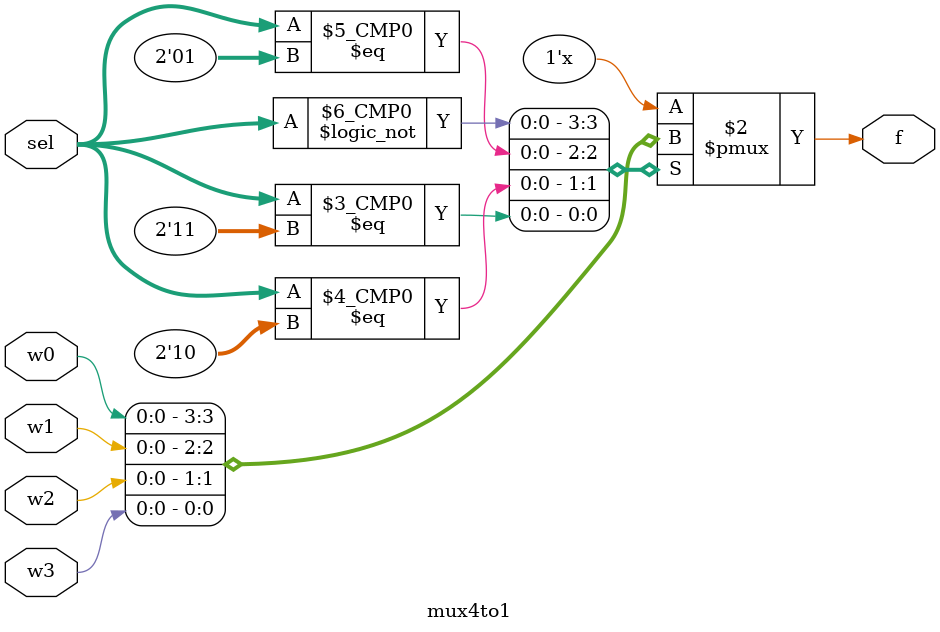
<source format=v>
module mux4to1 (w0,w1,w2,w3,sel,f);
	input w0,w1,w2,w3;
	output reg f;
	input [1:0] sel;
	always @(w1 or w2 or w3 or w0 or sel)
		case (sel)
			2'b00:f=w0;
			2'b01:f=w1;
			2'b10:f=w2;
			2'b11:f=w3;
		endcase
endmodule 
</source>
